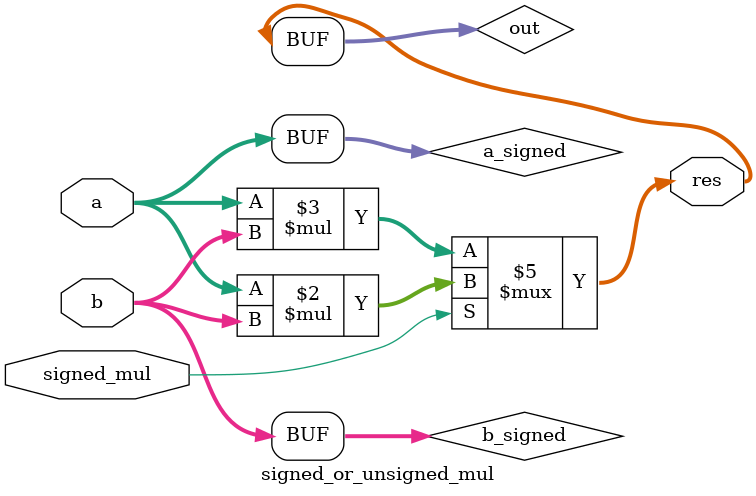
<source format=sv>


module signed_mul_4 (
    input  signed [3:0] a,
    b,
    output signed [7:0] res
);

  assign res = a * b;

endmodule

// A parameterized module
// that implements the unsigned multiplication of N-bit numbers
// which produces 2N-bit result

module unsigned_mul #(
    parameter n = 8
) (
    input  [    n - 1:0] a,
    b,
    output [2 * n - 1:0] res
);

  assign res = a * b;

endmodule

//----------------------------------------------------------------------------
// Task
//----------------------------------------------------------------------------

// Task:
//
// Implement a parameterized module
// that produces either signed or unsigned result
// of the multiplication depending on the 'signed_mul' input bit.

module signed_or_unsigned_mul #(
    parameter n = 8
) (
    input  [    n - 1:0] a,
    b,
    input                signed_mul,
    output [2 * n - 1:0] res
);
  logic [2 * n - 1:0] out;
  logic signed [n - 1:0] a_signed, b_signed;
  assign a_signed = a;
  assign b_signed = b;

  always_comb begin
    if (signed_mul) out = a_signed * b_signed;
    else out = a * b;
  end

  assign res = out;
endmodule

</source>
